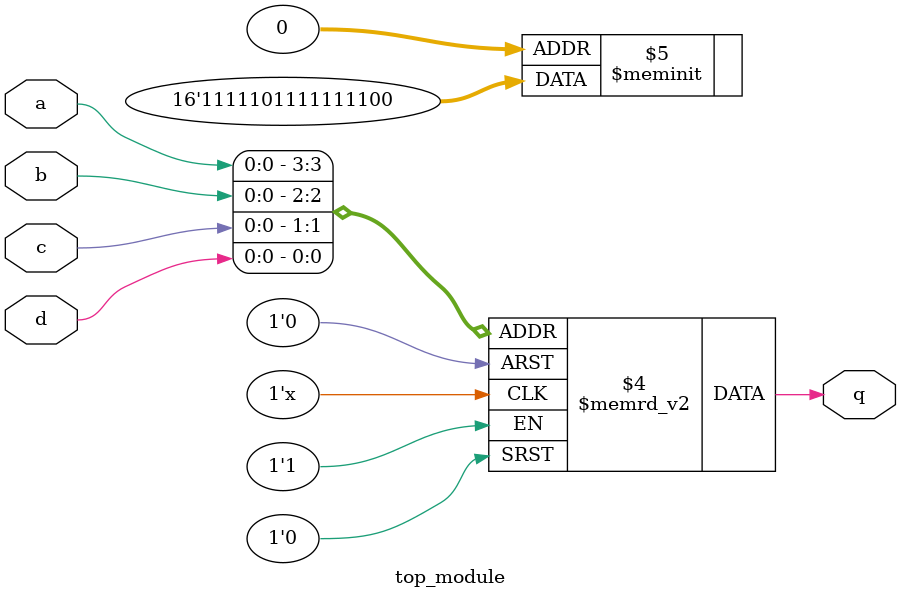
<source format=sv>
module top_module (
    input a, 
    input b, 
    input c, 
    input d,
    output reg q
);

    always @(*) begin
        case({a, b, c, d})
            4'b0000: q = 1'b0;
            4'b0001: q = 1'b0;
            4'b0010: q = 1'b1;
            4'b0011: q = 1'b1;
            4'b0100: q = 1'b1;
            4'b0101: q = 1'b1;
            4'b0110: q = 1'b1;
            4'b0111: q = 1'b1;
            4'b1000: q = 1'b1;
            4'b1001: q = 1'b1; // Fix
            4'b1010: q = 1'b0;
            4'b1011: q = 1'b1;
            4'b1100: q = 1'b1;
            4'b1101: q = 1'b1;
            4'b1110: q = 1'b1;
            4'b1111: q = 1'b1;
            default: q = 1'b0;
        endcase
    end
    
endmodule

</source>
